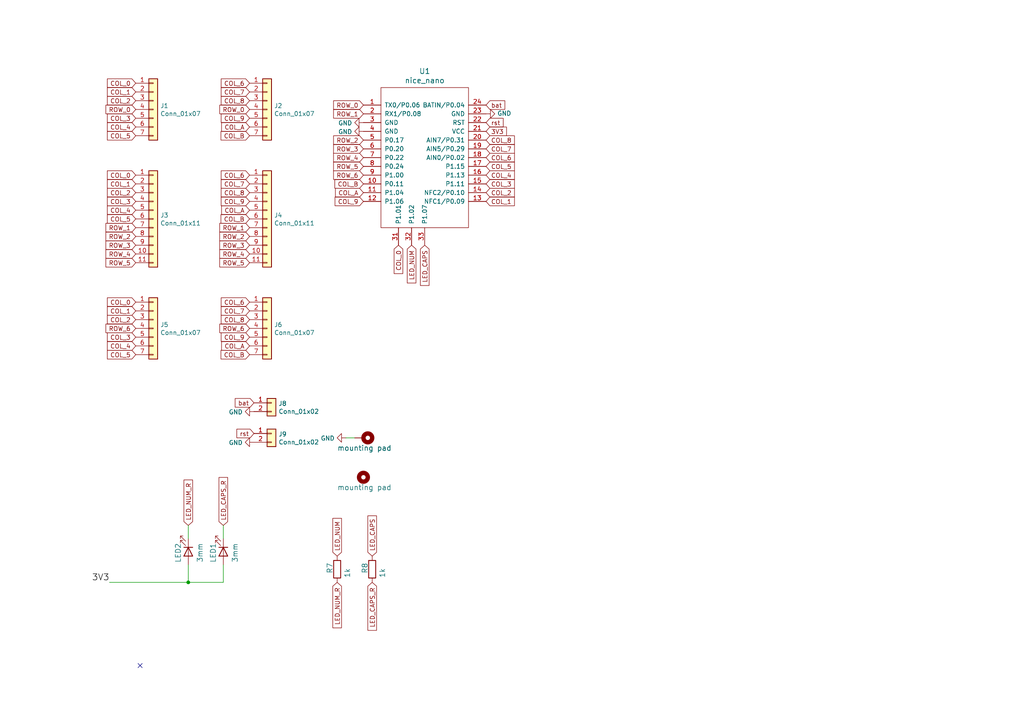
<source format=kicad_sch>
(kicad_sch (version 20211123) (generator eeschema)
  (paper "A4")
  (title_block (title "kinBP keyboard controller") (date "2020-11-06") (rev "1.1") (company "Dmitriy Nosachev") (comment 1 "https://github.com/DmNosachev/kinbp"))
  (lib_symbols
    (symbol "Connector_Generic:Conn_01x02" (pin_names (offset 1.016) hide)
      (property "Reference" "J" (at 0 2.54 0))
      (property "Value" "Conn_01x02" (at 0 -5.08 0))
      (symbol "Conn_01x02_1_1"
        (rectangle (start -1.27 -2.413) (end 0 -2.667) (stroke (width 0.1524)))
        (rectangle (start -1.27 0.127) (end 0 -0.127) (stroke (width 0.1524)))
        (rectangle (start -1.27 1.27) (end 1.27 -3.81) (stroke (width 0.254)) (fill (type background)))
        (pin passive line (at -5.08 0 0) (length 3.81) (name "Pin_1") (number "1"))
        (pin passive line (at -5.08 -2.54 0) (length 3.81) (name "Pin_2") (number "2"))
      )
    )
    (symbol "Connector_Generic:Conn_01x07" (pin_names (offset 1.016) hide)
      (property "Reference" "J" (at 0 10.16 0))
      (property "Value" "Conn_01x07" (at 0 -10.16 0))
      (symbol "Conn_01x07_1_1"
        (rectangle (start -1.27 -7.493) (end 0 -7.747) (stroke (width 0.1524)))
        (rectangle (start -1.27 -4.953) (end 0 -5.207) (stroke (width 0.1524)))
        (rectangle (start -1.27 -2.413) (end 0 -2.667) (stroke (width 0.1524)))
        (rectangle (start -1.27 0.127) (end 0 -0.127) (stroke (width 0.1524)))
        (rectangle (start -1.27 2.667) (end 0 2.413) (stroke (width 0.1524)))
        (rectangle (start -1.27 5.207) (end 0 4.953) (stroke (width 0.1524)))
        (rectangle (start -1.27 7.747) (end 0 7.493) (stroke (width 0.1524)))
        (rectangle (start -1.27 8.89) (end 1.27 -8.89) (stroke (width 0.254)) (fill (type background)))
        (pin passive line (at -5.08 7.62 0) (length 3.81) (name "Pin_1") (number "1"))
        (pin passive line (at -5.08 5.08 0) (length 3.81) (name "Pin_2") (number "2"))
        (pin passive line (at -5.08 2.54 0) (length 3.81) (name "Pin_3") (number "3"))
        (pin passive line (at -5.08 0 0) (length 3.81) (name "Pin_4") (number "4"))
        (pin passive line (at -5.08 -2.54 0) (length 3.81) (name "Pin_5") (number "5"))
        (pin passive line (at -5.08 -5.08 0) (length 3.81) (name "Pin_6") (number "6"))
        (pin passive line (at -5.08 -7.62 0) (length 3.81) (name "Pin_7") (number "7"))
      )
    )
    (symbol "Connector_Generic:Conn_01x11" (pin_names (offset 1.016) hide)
      (property "Reference" "J" (at 0 15.24 0))
      (property "Value" "Conn_01x11" (at 0 -15.24 0))
      (symbol "Conn_01x11_1_1"
        (rectangle (start -1.27 -12.573) (end 0 -12.827) (stroke (width 0.1524)))
        (rectangle (start -1.27 -10.033) (end 0 -10.287) (stroke (width 0.1524)))
        (rectangle (start -1.27 -7.493) (end 0 -7.747) (stroke (width 0.1524)))
        (rectangle (start -1.27 -4.953) (end 0 -5.207) (stroke (width 0.1524)))
        (rectangle (start -1.27 -2.413) (end 0 -2.667) (stroke (width 0.1524)))
        (rectangle (start -1.27 0.127) (end 0 -0.127) (stroke (width 0.1524)))
        (rectangle (start -1.27 2.667) (end 0 2.413) (stroke (width 0.1524)))
        (rectangle (start -1.27 5.207) (end 0 4.953) (stroke (width 0.1524)))
        (rectangle (start -1.27 7.747) (end 0 7.493) (stroke (width 0.1524)))
        (rectangle (start -1.27 10.287) (end 0 10.033) (stroke (width 0.1524)))
        (rectangle (start -1.27 12.827) (end 0 12.573) (stroke (width 0.1524)))
        (rectangle (start -1.27 13.97) (end 1.27 -13.97) (stroke (width 0.254)) (fill (type background)))
        (pin passive line (at -5.08 12.7 0) (length 3.81) (name "Pin_1") (number "1"))
        (pin passive line (at -5.08 -10.16 0) (length 3.81) (name "Pin_10") (number "10"))
        (pin passive line (at -5.08 -12.7 0) (length 3.81) (name "Pin_11") (number "11"))
        (pin passive line (at -5.08 10.16 0) (length 3.81) (name "Pin_2") (number "2"))
        (pin passive line (at -5.08 7.62 0) (length 3.81) (name "Pin_3") (number "3"))
        (pin passive line (at -5.08 5.08 0) (length 3.81) (name "Pin_4") (number "4"))
        (pin passive line (at -5.08 2.54 0) (length 3.81) (name "Pin_5") (number "5"))
        (pin passive line (at -5.08 0 0) (length 3.81) (name "Pin_6") (number "6"))
        (pin passive line (at -5.08 -2.54 0) (length 3.81) (name "Pin_7") (number "7"))
        (pin passive line (at -5.08 -5.08 0) (length 3.81) (name "Pin_8") (number "8"))
        (pin passive line (at -5.08 -7.62 0) (length 3.81) (name "Pin_9") (number "9"))
      )
    )
    (symbol "Device:LED" (pin_numbers hide) (pin_names (offset 1.016) hide)
      (property "Reference" "D" (at 0 2.54 0))
      (property "Value" "LED" (at 0 -2.54 0))
      (symbol "LED_0_1"
        (polyline (pts (xy -1.27 -1.27) (xy -1.27 1.27)) (stroke (width 0.254)))
        (polyline (pts (xy -1.27 0) (xy 1.27 0)))
        (polyline (pts (xy 1.27 -1.27) (xy 1.27 1.27) (xy -1.27 0) (xy 1.27 -1.27)) (stroke (width 0.254)))
        (polyline (pts (xy -3.048 -0.762) (xy -4.572 -2.286) (xy -3.81 -2.286) (xy -4.572 -2.286) (xy -4.572 -1.524)))
        (polyline (pts (xy -1.778 -0.762) (xy -3.302 -2.286) (xy -2.54 -2.286) (xy -3.302 -2.286) (xy -3.302 -1.524)))
      )
      (symbol "LED_1_1"
        (pin passive line (at -3.81 0 0) (length 2.54) (name "K") (number "1"))
        (pin passive line (at 3.81 0 180) (length 2.54) (name "A") (number "2"))
      )
    )
    (symbol "Device:R" (pin_numbers hide) (pin_names (offset 0))
      (property "Reference" "R" (at 2.032 0 90))
      (property "Value" "R" (at 0 0 90))
      (symbol "R_0_1"
        (rectangle (start -1.016 -2.54) (end 1.016 2.54) (stroke (width 0.254)))
      )
      (symbol "R_1_1"
        (pin passive line (at 0 3.81 270) (length 1.27) (name "~") (number "1"))
        (pin passive line (at 0 -3.81 90) (length 1.27) (name "~") (number "2"))
      )
    )
    (symbol "Mechanical:MountingHole" (pin_names (offset 1.016))
      (property "Reference" "H" (at 0 5.08 0))
      (property "Value" "MountingHole" (at 0 3.175 0))
      (symbol "MountingHole_0_1"
        (circle (center 0 0) (radius 1.27) (stroke (width 1.27)))
      )
    )
    (symbol "Mechanical:MountingHole_Pad" (pin_numbers hide) (pin_names (offset 1.016) hide)
      (property "Reference" "H" (at 0 6.35 0))
      (property "Value" "MountingHole_Pad" (at 0 4.445 0))
      (symbol "MountingHole_Pad_0_1"
        (circle (center 0 1.27) (radius 1.27) (stroke (width 1.27)))
      )
      (symbol "MountingHole_Pad_1_1"
        (pin input line (at 0 -2.54 90) (length 2.54) (name "1") (number "1"))
      )
    )
    (symbol "nice_nano:nice_nano" (pin_names (offset 1.016))
      (property "Reference" "U" (at 0 0 0))
      (property "Value" "nice_nano" (at 0 2.54 0))
      (symbol "nice_nano_0_1"
        (rectangle (start -12.7 -21.59) (end 12.7 19.05))
      )
      (symbol "nice_nano_1_1"
        (pin input line (at -17.78 13.97 0) (length 5.08) (name "TX0/P0.06") (number "1"))
        (pin input line (at -17.78 -8.89 0) (length 5.08) (name "P0.11") (number "10"))
        (pin input line (at -17.78 -11.43 0) (length 5.08) (name "P1.04") (number "11"))
        (pin input line (at -17.78 -13.97 0) (length 5.08) (name "P1.06") (number "12"))
        (pin input line (at 17.78 -13.97 180) (length 5.08) (name "NFC1/P0.09") (number "13"))
        (pin input line (at 17.78 -11.43 180) (length 5.08) (name "NFC2/P0.10") (number "14"))
        (pin input line (at 17.78 -8.89 180) (length 5.08) (name "P1.11") (number "15"))
        (pin input line (at 17.78 -6.35 180) (length 5.08) (name "P1.13") (number "16"))
        (pin input line (at 17.78 -3.81 180) (length 5.08) (name "P1.15") (number "17"))
        (pin input line (at 17.78 -1.27 180) (length 5.08) (name "AIN0/P0.02") (number "18"))
        (pin input line (at 17.78 1.27 180) (length 5.08) (name "AIN5/P0.29") (number "19"))
        (pin input line (at -17.78 11.43 0) (length 5.08) (name "RX1/P0.08") (number "2"))
        (pin input line (at 17.78 3.81 180) (length 5.08) (name "AIN7/P0.31") (number "20"))
        (pin input line (at 17.78 6.35 180) (length 5.08) (name "VCC") (number "21"))
        (pin input line (at 17.78 8.89 180) (length 5.08) (name "RST") (number "22"))
        (pin input line (at 17.78 11.43 180) (length 5.08) (name "GND") (number "23"))
        (pin input line (at 17.78 13.97 180) (length 5.08) (name "BATIN/P0.04") (number "24"))
        (pin input line (at -17.78 8.89 0) (length 5.08) (name "GND") (number "3"))
        (pin input line (at -7.62 -26.67 90) (length 5.08) (name "P1.01") (number "31"))
        (pin input line (at -3.81 -26.67 90) (length 5.08) (name "P1.02") (number "32"))
        (pin input line (at 0 -26.67 90) (length 5.08) (name "P1.07") (number "33"))
        (pin input line (at -17.78 6.35 0) (length 5.08) (name "GND") (number "4"))
        (pin input line (at -17.78 3.81 0) (length 5.08) (name "P0.17") (number "5"))
        (pin input line (at -17.78 1.27 0) (length 5.08) (name "P0.20") (number "6"))
        (pin input line (at -17.78 -1.27 0) (length 5.08) (name "P0.22") (number "7"))
        (pin input line (at -17.78 -3.81 0) (length 5.08) (name "P0.24") (number "8"))
        (pin input line (at -17.78 -6.35 0) (length 5.08) (name "P1.00") (number "9"))
      )
    )
    (symbol "power:GND" (power) (pin_names (offset 0))
      (property "Value" "GND" (at 0 -3.81 0))
      (symbol "GND_0_1"
        (polyline (pts (xy 0 0) (xy 0 -1.27) (xy 1.27 -1.27) (xy 0 -2.54) (xy -1.27 -1.27) (xy 0 -1.27)))
      )
      (symbol "GND_1_1"
        (pin power_in line (at 0 0 270) (length 0) hide (name "GND") (number "1"))
      )
    )
  )
  (junction (at 54.61 168.91))
  (no_connect (at 40.64 193.04))
  (wire (pts (xy 54.61 163.83) (xy 54.61 168.91)))
  (wire (pts (xy 54.61 156.21) (xy 54.61 152.4)))
  (wire (pts (xy 54.61 168.91) (xy 64.77 168.91)))
  (wire (pts (xy 31.75 168.91) (xy 54.61 168.91)))
  (wire (pts (xy 100.33 127) (xy 102.87 127)))
  (wire (pts (xy 64.77 168.91) (xy 64.77 163.83)))
  (wire (pts (xy 64.77 156.21) (xy 64.77 152.4)))
  (label "3V3" (at 31.75 168.91 180) (effects (font (size 1.778 1.778))))
  (global_label "COL_6" (shape input) (at 140.97 45.72 0) (property "Intersheet References" "${INTERSHEET_REFS}" (effects hide)))
  (global_label "COL_7" (shape input) (at 72.39 26.67 180) (property "Intersheet References" "${INTERSHEET_REFS}" (effects hide)))
  (global_label "ROW_4" (shape input) (at 39.37 73.66 180) (property "Intersheet References" "${INTERSHEET_REFS}" (effects hide)))
  (global_label "COL_9" (shape input) (at 105.41 58.42 180) (property "Intersheet References" "${INTERSHEET_REFS}" (effects hide)))
  (global_label "COL_5" (shape input) (at 39.37 39.37 180) (property "Intersheet References" "${INTERSHEET_REFS}" (effects hide)))
  (global_label "COL_2" (shape input) (at 39.37 29.21 180) (property "Intersheet References" "${INTERSHEET_REFS}" (effects hide)))
  (global_label "COL_8" (shape input) (at 72.39 92.71 180) (property "Intersheet References" "${INTERSHEET_REFS}" (effects hide)))
  (global_label "COL_0" (shape input) (at 39.37 50.8 180) (property "Intersheet References" "${INTERSHEET_REFS}" (effects hide)))
  (global_label "COL_B" (shape input) (at 72.39 63.5 180) (property "Intersheet References" "${INTERSHEET_REFS}" (effects hide)))
  (global_label "LED_NUM" (shape input) (at 119.38 71.12 270) (property "Intersheet References" "${INTERSHEET_REFS}" (effects hide)))
  (global_label "COL_6" (shape input) (at 72.39 87.63 180) (property "Intersheet References" "${INTERSHEET_REFS}" (effects hide)))
  (global_label "LED_NUM_R" (shape input) (at 97.79 168.91 270) (property "Intersheet References" "${INTERSHEET_REFS}" (effects hide)))
  (global_label "ROW_1" (shape input) (at 72.39 66.04 180) (property "Intersheet References" "${INTERSHEET_REFS}" (effects hide)))
  (global_label "COL_3" (shape input) (at 39.37 97.79 180) (property "Intersheet References" "${INTERSHEET_REFS}" (effects hide)))
  (global_label "COL_8" (shape input) (at 72.39 29.21 180) (property "Intersheet References" "${INTERSHEET_REFS}" (effects hide)))
  (global_label "ROW_2" (shape input) (at 39.37 68.58 180) (property "Intersheet References" "${INTERSHEET_REFS}" (effects hide)))
  (global_label "COL_8" (shape input) (at 72.39 55.88 180) (property "Intersheet References" "${INTERSHEET_REFS}" (effects hide)))
  (global_label "LED_CAPS" (shape input) (at 123.19 71.12 270) (property "Intersheet References" "${INTERSHEET_REFS}" (effects hide)))
  (global_label "COL_5" (shape input) (at 39.37 63.5 180) (property "Intersheet References" "${INTERSHEET_REFS}" (effects hide)))
  (global_label "COL_7" (shape input) (at 72.39 90.17 180) (property "Intersheet References" "${INTERSHEET_REFS}" (effects hide)))
  (global_label "rst" (shape input) (at 140.97 35.56 0) (property "Intersheet References" "${INTERSHEET_REFS}" (effects hide)))
  (global_label "COL_6" (shape input) (at 72.39 24.13 180) (property "Intersheet References" "${INTERSHEET_REFS}" (effects hide)))
  (global_label "COL_3" (shape input) (at 140.97 53.34 0) (property "Intersheet References" "${INTERSHEET_REFS}" (effects hide)))
  (global_label "COL_9" (shape input) (at 72.39 34.29 180) (property "Intersheet References" "${INTERSHEET_REFS}" (effects hide)))
  (global_label "COL_2" (shape input) (at 140.97 55.88 0) (property "Intersheet References" "${INTERSHEET_REFS}" (effects hide)))
  (global_label "3V3" (shape input) (at 140.97 38.1 0) (property "Intersheet References" "${INTERSHEET_REFS}" (effects hide)))
  (global_label "ROW_3" (shape input) (at 39.37 71.12 180) (property "Intersheet References" "${INTERSHEET_REFS}" (effects hide)))
  (global_label "LED_NUM_R" (shape input) (at 54.61 152.4 90) (property "Intersheet References" "${INTERSHEET_REFS}" (effects hide)))
  (global_label "COL_4" (shape input) (at 140.97 50.8 0) (property "Intersheet References" "${INTERSHEET_REFS}" (effects hide)))
  (global_label "bat" (shape input) (at 140.97 30.48 0) (property "Intersheet References" "${INTERSHEET_REFS}" (effects hide)))
  (global_label "COL_B" (shape input) (at 105.41 53.34 180) (property "Intersheet References" "${INTERSHEET_REFS}" (effects hide)))
  (global_label "ROW_0" (shape input) (at 72.39 31.75 180) (property "Intersheet References" "${INTERSHEET_REFS}" (effects hide)))
  (global_label "LED_NUM" (shape input) (at 97.79 161.29 90) (property "Intersheet References" "${INTERSHEET_REFS}" (effects hide)))
  (global_label "ROW_6" (shape input) (at 105.41 50.8 180) (property "Intersheet References" "${INTERSHEET_REFS}" (effects hide)))
  (global_label "COL_0" (shape input) (at 39.37 24.13 180) (property "Intersheet References" "${INTERSHEET_REFS}" (effects hide)))
  (global_label "LED_CAPS_R" (shape input) (at 64.77 152.4 90) (property "Intersheet References" "${INTERSHEET_REFS}" (effects hide)))
  (global_label "COL_8" (shape input) (at 140.97 40.64 0) (property "Intersheet References" "${INTERSHEET_REFS}" (effects hide)))
  (global_label "ROW_2" (shape input) (at 72.39 68.58 180) (property "Intersheet References" "${INTERSHEET_REFS}" (effects hide)))
  (global_label "ROW_1" (shape input) (at 105.41 33.02 180) (property "Intersheet References" "${INTERSHEET_REFS}" (effects hide)))
  (global_label "ROW_3" (shape input) (at 105.41 43.18 180) (property "Intersheet References" "${INTERSHEET_REFS}" (effects hide)))
  (global_label "ROW_5" (shape input) (at 72.39 76.2 180) (property "Intersheet References" "${INTERSHEET_REFS}" (effects hide)))
  (global_label "COL_7" (shape input) (at 140.97 43.18 0) (property "Intersheet References" "${INTERSHEET_REFS}" (effects hide)))
  (global_label "COL_3" (shape input) (at 39.37 58.42 180) (property "Intersheet References" "${INTERSHEET_REFS}" (effects hide)))
  (global_label "bat" (shape input) (at 73.66 116.84 180) (property "Intersheet References" "${INTERSHEET_REFS}" (effects hide)))
  (global_label "COL_4" (shape input) (at 39.37 36.83 180) (property "Intersheet References" "${INTERSHEET_REFS}" (effects hide)))
  (global_label "COL_9" (shape input) (at 72.39 97.79 180) (property "Intersheet References" "${INTERSHEET_REFS}" (effects hide)))
  (global_label "ROW_1" (shape input) (at 39.37 66.04 180) (property "Intersheet References" "${INTERSHEET_REFS}" (effects hide)))
  (global_label "COL_5" (shape input) (at 140.97 48.26 0) (property "Intersheet References" "${INTERSHEET_REFS}" (effects hide)))
  (global_label "COL_5" (shape input) (at 39.37 102.87 180) (property "Intersheet References" "${INTERSHEET_REFS}" (effects hide)))
  (global_label "ROW_3" (shape input) (at 72.39 71.12 180) (property "Intersheet References" "${INTERSHEET_REFS}" (effects hide)))
  (global_label "ROW_6" (shape input) (at 72.39 95.25 180) (property "Intersheet References" "${INTERSHEET_REFS}" (effects hide)))
  (global_label "COL_2" (shape input) (at 39.37 55.88 180) (property "Intersheet References" "${INTERSHEET_REFS}" (effects hide)))
  (global_label "COL_A" (shape input) (at 72.39 36.83 180) (property "Intersheet References" "${INTERSHEET_REFS}" (effects hide)))
  (global_label "COL_6" (shape input) (at 72.39 50.8 180) (property "Intersheet References" "${INTERSHEET_REFS}" (effects hide)))
  (global_label "ROW_4" (shape input) (at 72.39 73.66 180) (property "Intersheet References" "${INTERSHEET_REFS}" (effects hide)))
  (global_label "ROW_0" (shape input) (at 105.41 30.48 180) (property "Intersheet References" "${INTERSHEET_REFS}" (effects hide)))
  (global_label "COL_1" (shape input) (at 39.37 26.67 180) (property "Intersheet References" "${INTERSHEET_REFS}" (effects hide)))
  (global_label "COL_A" (shape input) (at 105.41 55.88 180) (property "Intersheet References" "${INTERSHEET_REFS}" (effects hide)))
  (global_label "COL_7" (shape input) (at 72.39 53.34 180) (property "Intersheet References" "${INTERSHEET_REFS}" (effects hide)))
  (global_label "COL_B" (shape input) (at 72.39 102.87 180) (property "Intersheet References" "${INTERSHEET_REFS}" (effects hide)))
  (global_label "COL_0" (shape input) (at 39.37 87.63 180) (property "Intersheet References" "${INTERSHEET_REFS}" (effects hide)))
  (global_label "COL_9" (shape input) (at 72.39 58.42 180) (property "Intersheet References" "${INTERSHEET_REFS}" (effects hide)))
  (global_label "COL_1" (shape input) (at 39.37 53.34 180) (property "Intersheet References" "${INTERSHEET_REFS}" (effects hide)))
  (global_label "COL_4" (shape input) (at 39.37 60.96 180) (property "Intersheet References" "${INTERSHEET_REFS}" (effects hide)))
  (global_label "rst" (shape input) (at 73.66 125.73 180) (property "Intersheet References" "${INTERSHEET_REFS}" (effects hide)))
  (global_label "COL_A" (shape input) (at 72.39 60.96 180) (property "Intersheet References" "${INTERSHEET_REFS}" (effects hide)))
  (global_label "COL_A" (shape input) (at 72.39 100.33 180) (property "Intersheet References" "${INTERSHEET_REFS}" (effects hide)))
  (global_label "COL_2" (shape input) (at 39.37 92.71 180) (property "Intersheet References" "${INTERSHEET_REFS}" (effects hide)))
  (global_label "ROW_5" (shape input) (at 39.37 76.2 180) (property "Intersheet References" "${INTERSHEET_REFS}" (effects hide)))
  (global_label "ROW_4" (shape input) (at 105.41 45.72 180) (property "Intersheet References" "${INTERSHEET_REFS}" (effects hide)))
  (global_label "ROW_0" (shape input) (at 39.37 31.75 180) (property "Intersheet References" "${INTERSHEET_REFS}" (effects hide)))
  (global_label "COL_0" (shape input) (at 115.57 71.12 270) (property "Intersheet References" "${INTERSHEET_REFS}" (effects hide)))
  (global_label "COL_4" (shape input) (at 39.37 100.33 180) (property "Intersheet References" "${INTERSHEET_REFS}" (effects hide)))
  (global_label "COL_1" (shape input) (at 39.37 90.17 180) (property "Intersheet References" "${INTERSHEET_REFS}" (effects hide)))
  (global_label "ROW_2" (shape input) (at 105.41 40.64 180) (property "Intersheet References" "${INTERSHEET_REFS}" (effects hide)))
  (global_label "COL_1" (shape input) (at 140.97 58.42 0) (property "Intersheet References" "${INTERSHEET_REFS}" (effects hide)))
  (global_label "ROW_6" (shape input) (at 39.37 95.25 180) (property "Intersheet References" "${INTERSHEET_REFS}" (effects hide)))
  (global_label "LED_CAPS" (shape input) (at 107.95 161.29 90) (property "Intersheet References" "${INTERSHEET_REFS}" (effects hide)))
  (global_label "COL_B" (shape input) (at 72.39 39.37 180) (property "Intersheet References" "${INTERSHEET_REFS}" (effects hide)))
  (global_label "ROW_5" (shape input) (at 105.41 48.26 180) (property "Intersheet References" "${INTERSHEET_REFS}" (effects hide)))
  (global_label "LED_CAPS_R" (shape input) (at 107.95 168.91 270) (property "Intersheet References" "${INTERSHEET_REFS}" (effects hide)))
  (global_label "COL_3" (shape input) (at 39.37 34.29 180) (property "Intersheet References" "${INTERSHEET_REFS}" (effects hide)))
  (symbol (lib_id "Mechanical:MountingHole_Pad") (at 105.41 127 270) (unit 1)
    (property "Reference" "H1" (effects hide))
    (property "Value" "mounting pad" (at 97.79 130.81 90) (effects (font (size 1.4986 1.4986)) (justify left bottom)))
    (property "Footprint" "MountingHole:MountingHole_4.3mm_M4_Pad" (effects hide))
  )
  (symbol (lib_id "power:GND") (at 105.41 35.56 270) (unit 1)
    (property "Reference" "#PWR0101" (effects hide))
    (property "Value" "GND" (at 102.1588 35.687 90) (effects (justify right)))
  )
  (symbol (lib_id "power:GND") (at 100.33 127 270) (unit 1)
    (property "Reference" "#PWR0102" (effects hide))
    (property "Value" "GND" (at 97.0788 127.127 90) (effects (justify right)))
  )
  (symbol (lib_id "Mechanical:MountingHole") (at 105.41 138.43 270) (unit 1)
    (property "Reference" "H2" (effects hide))
    (property "Value" "mounting pad" (at 97.79 142.24 90) (effects (font (size 1.4986 1.4986)) (justify left bottom)))
    (property "Footprint" "MountingHole:MountingHole_6mm" (effects hide))
  )
  (symbol (lib_id "Connector_Generic:Conn_01x07") (at 44.45 31.75 0) (unit 1)
    (property "Reference" "J1" (at 46.482 30.6832 0) (effects (justify left)))
    (property "Value" "Conn_01x07" (at 46.482 32.9946 0) (effects (justify left)))
    (property "Footprint" "Connector_Molex:Molex_PicoBlade_53047-0710_1x07_P1.25mm_Vertical" (effects hide))
  )
  (symbol (lib_id "Connector_Generic:Conn_01x07") (at 77.47 31.75 0) (unit 1)
    (property "Reference" "J2" (at 79.502 30.6832 0) (effects (justify left)))
    (property "Value" "Conn_01x07" (at 79.502 32.9946 0) (effects (justify left)))
    (property "Footprint" "Connector_Molex:Molex_PicoBlade_53047-0710_1x07_P1.25mm_Vertical" (effects hide))
  )
  (symbol (lib_id "Connector_Generic:Conn_01x11") (at 44.45 63.5 0) (unit 1)
    (property "Reference" "J3" (at 46.482 62.4332 0) (effects (justify left)))
    (property "Value" "Conn_01x11" (at 46.482 64.7446 0) (effects (justify left)))
    (property "Footprint" "Connector_Molex:Molex_PicoBlade_53047-1110_1x11_P1.25mm_Vertical" (effects hide))
  )
  (symbol (lib_id "Connector_Generic:Conn_01x11") (at 77.47 63.5 0) (unit 1)
    (property "Reference" "J4" (at 79.502 62.4332 0) (effects (justify left)))
    (property "Value" "Conn_01x11" (at 79.502 64.7446 0) (effects (justify left)))
    (property "Footprint" "Connector_Molex:Molex_PicoBlade_53047-1110_1x11_P1.25mm_Vertical" (effects hide))
  )
  (symbol (lib_id "Connector_Generic:Conn_01x07") (at 44.45 95.25 0) (unit 1)
    (property "Reference" "J5" (at 46.482 94.1832 0) (effects (justify left)))
    (property "Value" "Conn_01x07" (at 46.482 96.4946 0) (effects (justify left)))
    (property "Footprint" "Connector_Molex:Molex_PicoBlade_53047-0710_1x07_P1.25mm_Vertical" (effects hide))
  )
  (symbol (lib_id "Connector_Generic:Conn_01x07") (at 77.47 95.25 0) (unit 1)
    (property "Reference" "J6" (at 79.502 94.1832 0) (effects (justify left)))
    (property "Value" "Conn_01x07" (at 79.502 96.4946 0) (effects (justify left)))
    (property "Footprint" "Connector_Molex:Molex_PicoBlade_53047-0710_1x07_P1.25mm_Vertical" (effects hide))
  )
  (symbol (lib_id "power:GND") (at 140.97 33.02 90) (unit 1)
    (property "Reference" "#PWR02" (effects hide))
    (property "Value" "GND" (at 144.2212 32.893 90) (effects (justify right)))
  )
  (symbol (lib_id "Device:R") (at 107.95 165.1 0) (unit 1)
    (property "Reference" "R8" (at 106.68 166.37 90) (effects (font (size 1.4986 1.4986)) (justify left bottom)))
    (property "Value" "1k" (at 111.76 167.64 90) (effects (font (size 1.4986 1.4986)) (justify left bottom)))
    (property "Footprint" "Resistor_THT:R_Axial_DIN0207_L6.3mm_D2.5mm_P7.62mm_Horizontal" (effects hide))
  )
  (symbol (lib_id "Device:R") (at 97.79 165.1 0) (unit 1)
    (property "Reference" "R7" (at 96.52 166.37 90) (effects (font (size 1.4986 1.4986)) (justify left bottom)))
    (property "Value" "1k" (at 101.6 167.64 90) (effects (font (size 1.4986 1.4986)) (justify left bottom)))
    (property "Footprint" "Resistor_THT:R_Axial_DIN0207_L6.3mm_D2.5mm_P7.62mm_Horizontal" (effects hide))
  )
  (symbol (lib_id "nice_nano:nice_nano") (at 123.19 44.45 0) (unit 1)
    (property "Reference" "U1" (at 123.19 20.6502 0) (effects (font (size 1.524 1.524))))
    (property "Value" "nice_nano" (at 123.19 23.3426 0) (effects (font (size 1.524 1.524))))
    (property "Footprint" "nice-nano-kicad:nice_nano" (effects hide))
  )
  (symbol (lib_id "power:GND") (at 105.41 38.1 270) (unit 1)
    (property "Reference" "#PWR0103" (effects hide))
    (property "Value" "GND" (at 102.1588 38.227 90) (effects (justify right)))
  )
  (symbol (lib_id "Connector_Generic:Conn_01x02") (at 78.74 116.84 0) (unit 1)
    (property "Reference" "J8" (at 80.772 117.0432 0) (effects (justify left)))
    (property "Value" "Conn_01x02" (at 80.772 119.3546 0) (effects (justify left)))
    (property "Footprint" "Connector_PinHeader_2.54mm:PinHeader_1x02_P2.54mm_Vertical" (effects hide))
  )
  (symbol (lib_id "power:GND") (at 73.66 119.38 270) (unit 1)
    (property "Reference" "#PWR0104" (effects hide))
    (property "Value" "GND" (at 70.4088 119.507 90) (effects (justify right)))
  )
  (symbol (lib_id "Connector_Generic:Conn_01x02") (at 78.74 125.73 0) (unit 1)
    (property "Reference" "J9" (at 80.772 125.9332 0) (effects (justify left)))
    (property "Value" "Conn_01x02" (at 80.772 128.2446 0) (effects (justify left)))
    (property "Footprint" "Connector_PinHeader_2.54mm:PinHeader_1x02_P2.54mm_Vertical" (effects hide))
  )
  (symbol (lib_id "power:GND") (at 73.66 128.27 270) (unit 1)
    (property "Reference" "#PWR0105" (effects hide))
    (property "Value" "GND" (at 70.4088 128.397 90) (effects (justify right)))
  )
  (symbol (lib_id "Device:LED") (at 54.61 160.02 270) (unit 1)
    (property "Reference" "LED2" (at 50.8 157.48 0) (effects (font (size 1.4986 1.4986)) (justify left bottom)))
    (property "Value" "3mm" (at 57.15 157.48 0) (effects (font (size 1.4986 1.4986)) (justify left bottom)))
    (property "Footprint" "LED_THT:LED_D3.0mm" (effects hide))
  )
  (symbol (lib_id "Device:LED") (at 64.77 160.02 270) (unit 1)
    (property "Reference" "LED1" (at 60.96 157.48 0) (effects (font (size 1.4986 1.4986)) (justify left bottom)))
    (property "Value" "3mm" (at 67.31 157.48 0) (effects (font (size 1.4986 1.4986)) (justify left bottom)))
    (property "Footprint" "LED_THT:LED_D3.0mm" (effects hide))
  )
)
</source>
